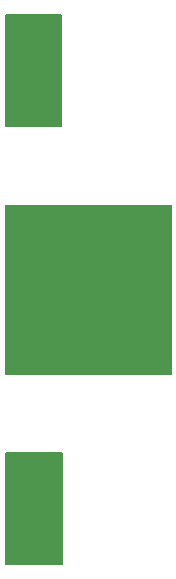
<source format=gbr>
%TF.GenerationSoftware,KiCad,Pcbnew,8.0.1*%
%TF.CreationDate,2024-03-29T22:35:26+02:00*%
%TF.ProjectId,COOLER BASE,434f4f4c-4552-4204-9241-53452e6b6963,rev?*%
%TF.SameCoordinates,Original*%
%TF.FileFunction,Soldermask,Top*%
%TF.FilePolarity,Negative*%
%FSLAX46Y46*%
G04 Gerber Fmt 4.6, Leading zero omitted, Abs format (unit mm)*
G04 Created by KiCad (PCBNEW 8.0.1) date 2024-03-29 22:35:26*
%MOMM*%
%LPD*%
G01*
G04 APERTURE LIST*
%ADD10C,0.100000*%
%ADD11C,0.200000*%
G04 APERTURE END LIST*
D10*
X113090000Y-80410000D02*
X127170000Y-80410000D01*
X127170000Y-94710000D01*
X113090000Y-94710000D01*
X113090000Y-80410000D01*
G36*
X113090000Y-80410000D02*
G01*
X127170000Y-80410000D01*
X127170000Y-94710000D01*
X113090000Y-94710000D01*
X113090000Y-80410000D01*
G37*
D11*
X113180000Y-101374704D02*
X117950296Y-101374704D01*
X117950296Y-110765296D01*
X113180000Y-110765296D01*
X113180000Y-101374704D01*
G36*
X113180000Y-101374704D02*
G01*
X117950296Y-101374704D01*
X117950296Y-110765296D01*
X113180000Y-110765296D01*
X113180000Y-101374704D01*
G37*
X113165527Y-64252615D02*
X117880000Y-64252615D01*
X117880000Y-73687384D01*
X113165527Y-73687384D01*
X113165527Y-64252615D01*
G36*
X113165527Y-64252615D02*
G01*
X117880000Y-64252615D01*
X117880000Y-73687384D01*
X113165527Y-73687384D01*
X113165527Y-64252615D01*
G37*
M02*

</source>
